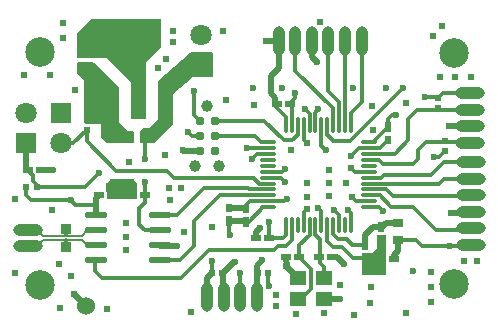
<source format=gtl>
G04 Layer: TopLayer*
G04 EasyEDA v6.5.40, 2024-02-03 19:01:27*
G04 629f34bd56064ca5b14c1ddf27600c48,2e16165ee3bb4678bfb3015e44e098b9,10*
G04 Gerber Generator version 0.2*
G04 Scale: 100 percent, Rotated: No, Reflected: No *
G04 Dimensions in millimeters *
G04 leading zeros omitted , absolute positions ,4 integer and 5 decimal *
%FSLAX45Y45*%
%MOMM*%

%AMMACRO1*21,1,$1,$2,0,0,$3*%
%ADD10C,0.3000*%
%ADD11C,0.5000*%
%ADD12C,0.2000*%
%ADD13C,1.5240*%
%ADD14MACRO1,0.54X0.7901X90.0000*%
%ADD15C,0.0175*%
%ADD16MACRO1,0.54X0.7901X-90.0000*%
%ADD17MACRO1,0.54X0.7901X0.0000*%
%ADD18R,0.5400X0.7901*%
%ADD19R,0.9000X0.8000*%
%ADD20R,0.8000X0.9000*%
%ADD21O,1.950212X0.5684012*%
%ADD22R,1.1000X2.5000*%
%ADD23MACRO1,3.6X2.34X0.0000*%
%ADD24O,0.9999979999999999X2.4999949999999997*%
%ADD25O,2.4999949999999997X0.9999979999999999*%
%ADD26O,0.27000199999999996X1.499997*%
%ADD27O,1.499997X0.27000199999999996*%
%ADD28R,1.4000X1.2000*%
%ADD29C,0.7874*%
%ADD30R,0.8640X0.8000*%
%ADD31MACRO1,0.54X0.5656X-90.0000*%
%ADD32MACRO1,0.864X0.8065X0.0000*%
%ADD33R,0.8640X0.8065*%
%ADD34MACRO1,0.54X0.5656X90.0000*%
%ADD35MACRO1,0.54X0.5656X0.0000*%
%ADD36R,0.5400X0.5657*%
%ADD37C,1.8000*%
%ADD38R,1.8000X1.8000*%
%ADD39C,0.9906*%
%ADD40C,2.5000*%
%ADD41C,0.6000*%
%ADD42C,0.6096*%

%LPD*%
G36*
X1102360Y-955598D02*
G01*
X1098448Y-954836D01*
X1095197Y-952601D01*
X1092962Y-949350D01*
X1092200Y-945438D01*
X1092200Y-639114D01*
X1091488Y-637387D01*
X889711Y-435609D01*
X887984Y-434898D01*
X645160Y-434898D01*
X641248Y-434136D01*
X637997Y-431901D01*
X635762Y-428650D01*
X635000Y-424738D01*
X635000Y-235915D01*
X635762Y-232003D01*
X637997Y-228701D01*
X759002Y-107696D01*
X762304Y-105460D01*
X766216Y-104698D01*
X1336040Y-104698D01*
X1339951Y-105460D01*
X1343202Y-107696D01*
X1345438Y-110998D01*
X1346200Y-114858D01*
X1346200Y-341782D01*
X1345438Y-345694D01*
X1343202Y-348996D01*
X1219911Y-472287D01*
X1219200Y-474014D01*
X1219200Y-945438D01*
X1218438Y-949350D01*
X1216202Y-952601D01*
X1212951Y-954836D01*
X1209040Y-955598D01*
G37*

%LPD*%
G36*
X893216Y-1158798D02*
G01*
X889304Y-1158036D01*
X886002Y-1155801D01*
X841197Y-1110996D01*
X838962Y-1107694D01*
X838200Y-1103782D01*
X838200Y-994714D01*
X837184Y-993698D01*
X708660Y-993698D01*
X704748Y-992936D01*
X701497Y-990701D01*
X699262Y-987450D01*
X698500Y-983538D01*
X698500Y-626414D01*
X697788Y-624687D01*
X637997Y-564896D01*
X635762Y-561594D01*
X635000Y-557682D01*
X635000Y-483158D01*
X635762Y-479298D01*
X637997Y-475996D01*
X641248Y-473760D01*
X645160Y-472998D01*
X770483Y-472998D01*
X774395Y-473760D01*
X777697Y-475996D01*
X987602Y-685901D01*
X989837Y-689203D01*
X990600Y-693115D01*
X990600Y-979982D01*
X991311Y-981710D01*
X1066088Y-1056487D01*
X1067816Y-1057198D01*
X1107440Y-1057198D01*
X1111351Y-1057960D01*
X1114602Y-1060196D01*
X1116838Y-1063498D01*
X1117600Y-1067358D01*
X1117600Y-1148638D01*
X1116838Y-1152550D01*
X1114602Y-1155801D01*
X1111351Y-1158036D01*
X1107440Y-1158798D01*
G37*

%LPD*%
G36*
X1178560Y-1158798D02*
G01*
X1174648Y-1158036D01*
X1171397Y-1155801D01*
X1169162Y-1152550D01*
X1168400Y-1148638D01*
X1168400Y-1061415D01*
X1169162Y-1057503D01*
X1171397Y-1054201D01*
X1190802Y-1034796D01*
X1194104Y-1032560D01*
X1198016Y-1031798D01*
X1243584Y-1031798D01*
X1245311Y-1031087D01*
X1320088Y-956310D01*
X1320800Y-954582D01*
X1319987Y-639572D01*
X1320901Y-635406D01*
X1323390Y-631952D01*
X1592122Y-392582D01*
X1595272Y-390652D01*
X1598879Y-389991D01*
X1779828Y-389991D01*
X1783740Y-390753D01*
X1787042Y-392988D01*
X1789226Y-396290D01*
X1789988Y-400151D01*
X1789988Y-589838D01*
X1789226Y-593750D01*
X1787042Y-597001D01*
X1783740Y-599236D01*
X1779828Y-599998D01*
X1615998Y-599998D01*
X1614373Y-600557D01*
X1450848Y-744220D01*
X1449984Y-745998D01*
X1447850Y-989533D01*
X1447038Y-993394D01*
X1444853Y-996645D01*
X1285697Y-1155801D01*
X1282395Y-1158036D01*
X1278483Y-1158798D01*
G37*

%LPD*%
G36*
X896061Y-1634998D02*
G01*
X892200Y-1634236D01*
X888898Y-1632000D01*
X886663Y-1628749D01*
X885901Y-1624838D01*
X885901Y-1573580D01*
X884986Y-1564944D01*
X884986Y-1499209D01*
X885748Y-1495298D01*
X887984Y-1492046D01*
X912012Y-1467967D01*
X915314Y-1465783D01*
X919226Y-1465021D01*
X1110792Y-1465021D01*
X1114653Y-1465783D01*
X1117955Y-1467967D01*
X1142034Y-1492046D01*
X1144219Y-1495298D01*
X1144981Y-1499209D01*
X1144981Y-1564995D01*
X1144117Y-1573580D01*
X1144117Y-1624838D01*
X1143304Y-1628749D01*
X1141120Y-1632000D01*
X1137818Y-1634236D01*
X1133957Y-1634998D01*
G37*

%LPD*%
G36*
X3058160Y-2276398D02*
G01*
X3054248Y-2275636D01*
X3050997Y-2273401D01*
X3048762Y-2270150D01*
X3048000Y-2266238D01*
X3048000Y-2096058D01*
X3048762Y-2092198D01*
X3050997Y-2088896D01*
X3054248Y-2086660D01*
X3058160Y-2085898D01*
X3135884Y-2085898D01*
X3137611Y-2085187D01*
X3174288Y-2048510D01*
X3175000Y-2046782D01*
X3175000Y-1943658D01*
X3175762Y-1939798D01*
X3177997Y-1936496D01*
X3181248Y-1934260D01*
X3185160Y-1933498D01*
X3241040Y-1933498D01*
X3244951Y-1934260D01*
X3248202Y-1936496D01*
X3250438Y-1939798D01*
X3251200Y-1943658D01*
X3251200Y-2266238D01*
X3250438Y-2270150D01*
X3248202Y-2273401D01*
X3244951Y-2275636D01*
X3241040Y-2276398D01*
G37*

%LPD*%
D10*
X2254758Y-1500378D02*
G01*
X2180590Y-1500378D01*
X2135124Y-1454912D01*
X1459992Y-1454912D01*
X1394968Y-1389887D01*
X970026Y-1389887D01*
X723900Y-1144015D01*
X723900Y-1049528D01*
D11*
X610006Y-2434996D02*
G01*
X610006Y-2435004D01*
X709996Y-2534996D01*
D10*
X2254758Y-1650547D02*
G01*
X2099058Y-1650547D01*
X2070100Y-1679501D01*
X2070100Y-1713793D01*
D11*
X2070100Y-1713892D02*
G01*
X2061690Y-1705482D01*
X1924989Y-1705482D01*
X2070100Y-1822909D02*
G01*
X2061690Y-1814499D01*
X1924989Y-1814499D01*
D10*
X2070100Y-1823008D02*
G01*
X2091692Y-1823008D01*
X2214115Y-1700585D01*
X2254758Y-1700585D01*
X2404691Y-1850491D02*
G01*
X2404691Y-1933501D01*
X2378199Y-1959990D01*
X2259507Y-1959990D01*
X2454709Y-1000511D02*
G01*
X2454709Y-853902D01*
X2429408Y-828601D01*
X2404615Y-1000559D02*
G01*
X2404615Y-934516D01*
X2320292Y-850193D01*
X2320292Y-828601D01*
X3104690Y-1200510D02*
G01*
X3204001Y-1200510D01*
X3269995Y-1134516D01*
X3276600Y-1127912D01*
X3276600Y-1124409D01*
D11*
X3352825Y-1978106D02*
G01*
X3352800Y-2073201D01*
X3318408Y-2107592D01*
X3318408Y-2136701D01*
D10*
X2654808Y-1850443D02*
G01*
X2654808Y-1934009D01*
X2692400Y-1971601D01*
X2692400Y-2085901D01*
X2688691Y-2124001D01*
X2518308Y-2124001D02*
G01*
X2616200Y-2221892D01*
X2616200Y-2390726D01*
X2616200Y-2390726D02*
G01*
X2528702Y-2478229D01*
X2506190Y-2478229D01*
X2688691Y-2124001D02*
G01*
X2692400Y-2127709D01*
X2692400Y-2174801D01*
X2726209Y-2208611D01*
X2726209Y-2303221D01*
X2604764Y-1850443D02*
G01*
X2604764Y-1932231D01*
X2518407Y-2018593D01*
X2518407Y-2124001D01*
X2754635Y-1850443D02*
G01*
X2754635Y-1983031D01*
X2806700Y-2035101D01*
X2882900Y-2035101D01*
X2975607Y-2127808D01*
X3073400Y-2127808D01*
X2804690Y-1850491D02*
G01*
X2804690Y-1931492D01*
X2844800Y-1971601D01*
X2921000Y-1971601D01*
X2968091Y-2018692D01*
X3073400Y-2018692D01*
D11*
X3352825Y-1838096D02*
G01*
X3346622Y-1831901D01*
X3251200Y-1831901D01*
X3216808Y-1866292D01*
X3213100Y-1866292D01*
X3213100Y-1866292D02*
G01*
X3140608Y-1866292D01*
X3073400Y-1933501D01*
X3073400Y-2018692D01*
D10*
X2904690Y-1000511D02*
G01*
X2904690Y-609699D01*
X2905000Y-609389D01*
X2905000Y-289991D01*
X2954784Y-1000559D02*
G01*
X2955030Y-899977D01*
X3044949Y-810059D01*
X3044949Y-289867D01*
X2854708Y-1000559D02*
G01*
X2854708Y-809805D01*
X2765041Y-719889D01*
X2765041Y-289867D01*
X2254709Y-1250497D02*
G01*
X2159508Y-1250497D01*
X2115009Y-1294998D01*
X2254758Y-1199443D02*
G01*
X2254204Y-1199997D01*
X2075002Y-1199997D01*
X2504691Y-1000559D02*
G01*
X2504950Y-1084889D01*
X2454907Y-1134927D01*
X2389880Y-1134927D01*
X2223256Y-968301D01*
X1803400Y-968301D01*
D11*
X1535000Y-1219987D02*
G01*
X1537307Y-1222301D01*
X1676400Y-1222301D01*
X1337307Y-2022401D02*
G01*
X1339900Y-2024994D01*
X1485013Y-2024994D01*
D10*
X1337307Y-1895401D02*
G01*
X1210401Y-1895401D01*
X1165001Y-1850001D01*
X1165001Y-1709991D01*
X1209497Y-1665495D01*
X1209497Y-1599996D01*
X2604691Y-1000511D02*
G01*
X2604691Y-909701D01*
X2564991Y-870000D01*
X2954784Y-1850443D02*
G01*
X2955030Y-1750113D01*
X2929892Y-1724967D01*
X3104641Y-1700585D02*
G01*
X3189980Y-1700077D01*
X3225043Y-1734870D01*
X2854708Y-1850491D02*
G01*
X2854708Y-1764705D01*
X2814998Y-1725000D01*
X2704691Y-1850491D02*
G01*
X2704691Y-1734698D01*
X2674998Y-1705000D01*
X1579580Y-1064524D02*
G01*
X1610357Y-1095301D01*
X1676400Y-1095301D01*
X2254758Y-1550466D02*
G01*
X2095500Y-1550466D01*
X2080008Y-1534977D01*
X1715007Y-1534977D01*
X1481584Y-1768401D01*
X1337307Y-1768401D01*
X2704691Y-1000511D02*
G01*
X2704691Y-1179705D01*
X2739999Y-1215009D01*
X2804665Y-1000559D02*
G01*
X2804665Y-864666D01*
X2484884Y-544885D01*
X2484884Y-289867D01*
X2754635Y-1000559D02*
G01*
X2754635Y-1090221D01*
X2800101Y-1134927D01*
X2800101Y-1134927D02*
G01*
X2805173Y-1140000D01*
X2949983Y-1140000D01*
X3394991Y-694997D01*
X2654808Y-1000559D02*
G01*
X2654993Y-904999D01*
X2679948Y-870000D01*
X2254758Y-1450393D02*
G01*
X2359992Y-1450002D01*
X2400051Y-1484939D01*
X2254758Y-1400609D02*
G01*
X2370000Y-1400002D01*
X2400051Y-1374955D01*
X2254709Y-1650492D02*
G01*
X2389497Y-1650492D01*
X2409997Y-1629996D01*
D11*
X2160005Y-2460000D02*
G01*
X2158281Y-2249995D01*
X1970001Y-2164996D02*
G01*
X1968289Y-2164996D01*
X1873280Y-2259998D01*
X1879991Y-2460000D02*
G01*
X1873280Y-2453284D01*
X1873280Y-2259998D01*
X2204999Y-2149982D02*
G01*
X2158281Y-2196701D01*
X2158281Y-2249995D01*
X1776717Y-2259998D02*
G01*
X1739986Y-2296728D01*
X1739986Y-2460000D01*
D10*
X3104641Y-1200454D02*
G01*
X3019526Y-1200454D01*
X2954985Y-1264996D01*
X2429408Y-828601D02*
G01*
X2485009Y-773000D01*
X2485009Y-734999D01*
X2019983Y-2459987D02*
G01*
X2019983Y-2254989D01*
X1213004Y-1108001D02*
G01*
X1215009Y-1110005D01*
X1215009Y-1289989D01*
X1209497Y-1599996D02*
G01*
X1215009Y-1594485D01*
X1215009Y-1489991D01*
D11*
X2669989Y-474997D02*
G01*
X2624993Y-429996D01*
X2624993Y-290004D01*
X820496Y-1599996D02*
G01*
X796292Y-1624200D01*
X796292Y-1768401D01*
D10*
X2254758Y-1600504D02*
G01*
X1844494Y-1600504D01*
X1629996Y-1815002D01*
X1629996Y-2029998D01*
X1510593Y-2149401D01*
X1337307Y-2149401D01*
D11*
X2409291Y-2124001D02*
G01*
X2409997Y-2204994D01*
X2506190Y-2303221D01*
X2859989Y-2480005D02*
G01*
X2727982Y-2480005D01*
X2726209Y-2478229D01*
X2797708Y-2124001D02*
G01*
X2839008Y-2124001D01*
X2899991Y-2184984D01*
D10*
X723900Y-1049581D02*
G01*
X600001Y-1159997D01*
X495300Y-1160071D01*
D11*
X213989Y-1385603D02*
G01*
X204998Y-1376611D01*
X204998Y-1157003D01*
X323006Y-1385603D02*
G01*
X436803Y-1387500D01*
D10*
X213989Y-1385603D02*
G01*
X259996Y-1431610D01*
X259996Y-1479997D01*
X293278Y-1513278D01*
X293278Y-1529996D01*
X819998Y-1414995D02*
G01*
X704999Y-1529996D01*
X293278Y-1529996D01*
X206715Y-1529996D02*
G01*
X204998Y-1600001D01*
X245003Y-1639999D01*
X585000Y-1639999D01*
X584962Y-1639874D02*
G01*
X622901Y-1677819D01*
X796292Y-1677819D01*
X1776717Y-2259998D02*
G01*
X1774997Y-2159998D01*
X1924989Y-1814499D02*
G01*
X1924989Y-1929988D01*
X1929996Y-1934994D01*
D11*
X2185007Y-1875005D02*
G01*
X2150490Y-1909521D01*
X2150490Y-1959990D01*
X2240013Y-290004D02*
G01*
X2345009Y-290004D01*
X2320391Y-828601D02*
G01*
X2314996Y-823206D01*
X2314996Y-774997D01*
X2274999Y-734999D01*
X2274999Y-589998D01*
X2345009Y-519988D01*
X2345009Y-290004D01*
D10*
X2265001Y-2364996D02*
G01*
X2253282Y-2353276D01*
X2253282Y-2259998D01*
X2264915Y-1825043D02*
G01*
X2264915Y-1954583D01*
X2259507Y-1959990D01*
X2258418Y-1958901D01*
X2251707Y-1958901D01*
X1676400Y-968301D02*
G01*
X1629996Y-921898D01*
X1629996Y-865002D01*
X1629996Y-865002D02*
G01*
X1629996Y-719993D01*
X3794993Y-2029998D02*
G01*
X3975100Y-2029490D01*
X3352825Y-1978106D02*
G01*
X3509987Y-1979998D01*
X3559992Y-2029998D01*
X3794993Y-2029998D01*
D12*
X796292Y-1895401D02*
G01*
X721288Y-1895401D01*
X675289Y-1941400D01*
X573689Y-1941400D01*
X511949Y-1941400D01*
X510847Y-1942498D01*
X449102Y-1942498D01*
X347502Y-1942498D01*
X295003Y-1890001D01*
X219999Y-1890001D01*
X796292Y-2022401D02*
G01*
X721288Y-2022401D01*
X675289Y-1976401D01*
X573689Y-1976401D01*
X526448Y-1976401D01*
X525345Y-1977504D01*
X449102Y-1977504D01*
X347502Y-1977504D01*
X295003Y-2030003D01*
X219999Y-2030003D01*
D10*
X546100Y-1883562D02*
G01*
X545845Y-1936142D01*
X546100Y-2034240D02*
G01*
X545845Y-1981659D01*
X3104641Y-1450393D02*
G01*
X3210049Y-1449885D01*
X3234941Y-1424993D01*
X3635065Y-1424993D01*
X3739964Y-1319999D01*
X3974988Y-1319999D01*
X3104641Y-1500431D02*
G01*
X3704592Y-1500431D01*
X3739989Y-1464995D01*
X3974988Y-1464995D01*
D11*
X3975100Y-1749506D02*
G01*
X3799992Y-1749996D01*
D10*
X3655788Y-1275643D02*
G01*
X3697511Y-1275786D01*
X3750010Y-1223294D01*
X3104641Y-1300535D02*
G01*
X3190491Y-1300535D01*
X3225043Y-1335074D01*
X3479911Y-1335074D01*
X3524994Y-1289992D01*
X3524994Y-1215001D01*
X3589995Y-1150002D01*
X3962400Y-1150002D01*
D11*
X3785108Y-1014971D02*
G01*
X3962400Y-1013706D01*
D10*
X3104690Y-1250497D02*
G01*
X3324496Y-1250497D01*
X3439988Y-1135001D01*
X3439988Y-955006D01*
X3514996Y-880003D01*
X3962400Y-880003D01*
X3584983Y-770001D02*
G01*
X3694968Y-768982D01*
X3694993Y-771718D02*
G01*
X3734991Y-734999D01*
X3962400Y-734877D01*
X2454706Y-1850494D02*
G01*
X2454993Y-1979996D01*
X2405125Y-2030221D01*
X2340102Y-2030221D01*
X2305050Y-2065020D01*
X1750060Y-2065020D01*
X1515110Y-2299970D01*
X845057Y-2299970D01*
X786384Y-2241295D01*
X786384Y-2159507D01*
X2254758Y-1150365D02*
G01*
X2195575Y-1150365D01*
X2140458Y-1095247D01*
X1803400Y-1095247D01*
X3104641Y-1550415D02*
G01*
X3255518Y-1550415D01*
X3314445Y-1609344D01*
X3975100Y-1609344D01*
X3104641Y-1600454D02*
G01*
X3200400Y-1600454D01*
X3294888Y-1694942D01*
X3480054Y-1694942D01*
X3674618Y-1889505D01*
X3975100Y-1889505D01*
X3269995Y-1025397D02*
G01*
X3269995Y-949960D01*
X3299968Y-919987D01*
X3340100Y-919987D01*
X3104641Y-1150620D02*
G01*
X3141472Y-1150620D01*
X3276600Y-1015492D01*
X3104641Y-1650492D02*
G01*
X2994913Y-1649984D01*
X2960115Y-1614931D01*
X3104641Y-1400555D02*
G01*
X2985515Y-1400555D01*
X2954995Y-1369997D01*
X2554706Y-1000455D02*
G01*
X2554706Y-1129708D01*
X2584996Y-1159997D01*
X2554706Y-1850440D02*
G01*
X2554706Y-1740286D01*
X2579994Y-1714997D01*
D13*
G01*
X710006Y-2534996D03*
D14*
G01*
X1209504Y-1599996D03*
G01*
X1100493Y-1599996D03*
D16*
G01*
X820493Y-1599996D03*
G01*
X929505Y-1599996D03*
G01*
X220494Y-1384998D03*
G01*
X329506Y-1384998D03*
D14*
G01*
X2259502Y-1959996D03*
G01*
X2150490Y-1959996D03*
D17*
G01*
X3269993Y-1025491D03*
D18*
G01*
X3269995Y-1134516D03*
D17*
G01*
X2069995Y-1824502D03*
D18*
G01*
X2069998Y-1715490D03*
D16*
G01*
X2330490Y-829998D03*
G01*
X2439502Y-829998D03*
D19*
G01*
X685800Y-377545D03*
G01*
X685800Y-517550D03*
D20*
G01*
X1213002Y-1107947D03*
G01*
X1072997Y-1107947D03*
D21*
G01*
X1337310Y-2149347D03*
G01*
X1337310Y-2022347D03*
G01*
X1337310Y-1895347D03*
G01*
X1337310Y-1768347D03*
G01*
X796289Y-2149347D03*
G01*
X796289Y-2022347D03*
G01*
X796289Y-1895347D03*
G01*
X796289Y-1768347D03*
D22*
G01*
X925804Y-820750D03*
G01*
X1155801Y-820750D03*
G01*
X1385798Y-820750D03*
D23*
G01*
X1155796Y-226745D03*
D24*
G01*
X1739950Y-2459989D03*
G01*
X1879955Y-2459989D03*
G01*
X2019960Y-2459989D03*
G01*
X2159965Y-2459989D03*
D25*
G01*
X3962400Y-733602D03*
G01*
X3962400Y-873607D03*
G01*
X3962400Y-1013612D03*
G01*
X3962400Y-1153617D03*
G01*
X3975100Y-2020036D03*
G01*
X3975100Y-1880057D03*
G01*
X3975100Y-1740052D03*
G01*
X3975100Y-1600047D03*
G01*
X3975100Y-1460042D03*
G01*
X3975100Y-1320037D03*
D24*
G01*
X2344953Y-290068D03*
G01*
X2484932Y-290068D03*
G01*
X2624937Y-290068D03*
G01*
X2764942Y-290068D03*
G01*
X2904947Y-290068D03*
G01*
X3044952Y-290068D03*
D26*
G01*
X2404694Y-1850440D03*
G01*
X2454706Y-1850440D03*
G01*
X2504693Y-1850440D03*
G01*
X2554706Y-1850440D03*
G01*
X2604693Y-1850440D03*
G01*
X2654706Y-1850440D03*
G01*
X2704693Y-1850440D03*
G01*
X2754706Y-1850440D03*
G01*
X2804693Y-1850440D03*
G01*
X2854706Y-1850440D03*
G01*
X2904693Y-1850440D03*
G01*
X2954705Y-1850440D03*
D27*
G01*
X3104692Y-1700453D03*
G01*
X3104692Y-1650441D03*
G01*
X3104692Y-1600454D03*
G01*
X3104692Y-1550441D03*
G01*
X3104692Y-1500454D03*
G01*
X3104692Y-1450441D03*
G01*
X3104692Y-1400454D03*
G01*
X3104692Y-1350441D03*
G01*
X3104692Y-1300454D03*
G01*
X3104692Y-1250442D03*
G01*
X3104692Y-1200454D03*
G01*
X3104692Y-1150442D03*
D26*
G01*
X2954705Y-1000455D03*
G01*
X2904693Y-1000455D03*
G01*
X2854706Y-1000455D03*
G01*
X2804693Y-1000455D03*
G01*
X2754706Y-1000455D03*
G01*
X2704693Y-1000455D03*
G01*
X2654706Y-1000455D03*
G01*
X2604693Y-1000455D03*
G01*
X2554706Y-1000455D03*
G01*
X2504693Y-1000455D03*
G01*
X2454706Y-1000455D03*
G01*
X2404694Y-1000455D03*
D27*
G01*
X2254707Y-1150442D03*
G01*
X2254707Y-1200454D03*
G01*
X2254707Y-1250442D03*
G01*
X2254707Y-1300454D03*
G01*
X2254707Y-1350441D03*
G01*
X2254707Y-1400454D03*
G01*
X2254707Y-1450441D03*
G01*
X2254707Y-1500454D03*
G01*
X2254707Y-1550441D03*
G01*
X2254707Y-1600454D03*
G01*
X2254707Y-1650441D03*
G01*
X2254707Y-1700453D03*
D28*
G01*
X2726207Y-2303195D03*
G01*
X2506192Y-2303195D03*
G01*
X2506192Y-2478201D03*
G01*
X2726207Y-2478176D03*
D29*
G01*
X1676400Y-968298D03*
G01*
X1803400Y-968298D03*
G01*
X1676400Y-1095298D03*
G01*
X1803400Y-1095298D03*
G01*
X1676400Y-1222298D03*
G01*
X1803400Y-1222298D03*
D30*
G01*
X3352825Y-1838096D03*
G01*
X3352825Y-1978101D03*
D31*
G01*
X1776713Y-2259998D03*
G01*
X1863279Y-2259998D03*
D17*
G01*
X3073400Y-2018695D03*
D18*
G01*
X3073400Y-2127707D03*
D17*
G01*
X3213100Y-1866295D03*
D18*
G01*
X3213100Y-1975307D03*
D14*
G01*
X3318405Y-2136701D03*
G01*
X3209394Y-2136701D03*
G01*
X2518305Y-2124001D03*
G01*
X2409294Y-2124001D03*
D16*
G01*
X2688694Y-2124001D03*
G01*
X2797705Y-2124001D03*
D17*
G01*
X1924997Y-1814502D03*
D18*
G01*
X1924989Y-1705482D03*
D32*
G01*
X546100Y-1883576D03*
D33*
G01*
X546100Y-2034235D03*
D31*
G01*
X206716Y-1529999D03*
G01*
X293282Y-1529999D03*
D34*
G01*
X2253278Y-2259998D03*
G01*
X2166712Y-2259998D03*
D35*
G01*
X3694991Y-771719D03*
D36*
G01*
X3694988Y-858291D03*
D35*
G01*
X3749992Y-1223283D03*
D36*
G01*
X3750005Y-1136726D03*
D35*
G01*
X723900Y-1049684D03*
D36*
G01*
X723900Y-963117D03*
D25*
G01*
X219989Y-1889988D03*
G01*
X219989Y-2029993D03*
D37*
G01*
X204978Y-902970D03*
D38*
G01*
X204978Y-1156970D03*
D37*
G01*
X1685036Y-243078D03*
D38*
G01*
X1685036Y-497078D03*
D37*
G01*
X497078Y-1156970D03*
D38*
G01*
X497078Y-902970D03*
D39*
G01*
X1841500Y-1349298D03*
G01*
X1638300Y-1349298D03*
G01*
X1739900Y-841298D03*
D40*
G01*
X324993Y-389991D03*
G01*
X324993Y-2354986D03*
G01*
X3829989Y-394995D03*
G01*
X3829989Y-2353005D03*
D41*
G01*
X939800Y-1044498D03*
G01*
X815009Y-759993D03*
G01*
X812800Y-841298D03*
G01*
X734999Y-764997D03*
G01*
X745007Y-629996D03*
G01*
X812800Y-587298D03*
G01*
X939800Y-1120698D03*
G01*
X2115007Y-1294993D03*
G01*
X2075002Y-1199997D03*
G01*
X1534998Y-1219987D03*
G01*
X1485011Y-2024989D03*
G01*
X2564993Y-870000D03*
G01*
X3085007Y-2240000D03*
G01*
X3210001Y-2240000D03*
G01*
X2929890Y-1724964D03*
G01*
X3225038Y-1734870D03*
G01*
X2815005Y-1724990D03*
G01*
X2675000Y-1705000D03*
G01*
X1579575Y-1064513D03*
G01*
X2680004Y-870000D03*
G01*
X2739999Y-1215009D03*
G01*
X3394989Y-694994D03*
G01*
X2399995Y-1375003D03*
G01*
X2399995Y-1484985D03*
G01*
X1969998Y-2164994D03*
G01*
X2410002Y-1629994D03*
G01*
X2204999Y-2149982D03*
G01*
X2954985Y-1264996D03*
G01*
X2485009Y-734999D03*
G01*
X2020011Y-2254986D03*
G01*
X1215009Y-1289989D03*
G01*
X1215009Y-1489989D03*
G01*
X2669997Y-475005D03*
G01*
X2975000Y-694994D03*
G01*
X2129993Y-694994D03*
G01*
X3255009Y-694994D03*
G01*
X436803Y-1387500D03*
G01*
X934999Y-1499996D03*
G01*
X1094994Y-1499996D03*
G01*
X2859989Y-2480005D03*
G01*
X2404999Y-2199995D03*
G01*
X2899994Y-2184984D03*
G01*
X3485006Y-2240000D03*
G01*
X3799992Y-1750009D03*
G01*
X3785006Y-1015009D03*
G01*
X2369997Y-694994D03*
G01*
X920013Y-154990D03*
G01*
X920013Y-235000D03*
G01*
X920013Y-315010D03*
G01*
X820013Y-1415008D03*
G01*
X584962Y-1639874D03*
G01*
X1775002Y-2159990D03*
G01*
X1929892Y-1935022D03*
G01*
X2185009Y-1875002D03*
G01*
X2240000Y-289991D03*
G01*
X2264994Y-2364994D03*
G01*
X2264994Y-1824989D03*
G01*
X1629994Y-719988D03*
G01*
X3339998Y-919987D03*
G01*
X3655796Y-1275791D03*
G01*
X3585006Y-770001D03*
G01*
X3794988Y-2029993D03*
D42*
G01*
X610006Y-2434996D03*
G01*
X585012Y-2285009D03*
G01*
X494995Y-2554986D03*
G01*
X185013Y-580009D03*
G01*
X515010Y-145008D03*
G01*
X515010Y-264998D03*
G01*
X3710000Y-599998D03*
G01*
X3834993Y-599998D03*
G01*
X3969994Y-599998D03*
G01*
X3650005Y-254990D03*
G01*
X3629990Y-2250008D03*
G01*
X3629990Y-2375001D03*
G01*
X3629990Y-2504998D03*
G01*
X2324988Y-2445004D03*
G01*
X2324988Y-2534996D03*
G01*
X1540002Y-1910003D03*
G01*
X1415008Y-1540002D03*
G01*
X1419987Y-1640001D03*
G01*
X1515008Y-1540002D03*
G01*
X889990Y-2564993D03*
G01*
X1054988Y-1829993D03*
G01*
X1054988Y-1950008D03*
G01*
X1054988Y-2064994D03*
G01*
X2910001Y-1494993D03*
G01*
X2769997Y-1385011D03*
G01*
X2580004Y-1610004D03*
G01*
X2134997Y-834999D03*
G01*
X1899996Y-794994D03*
G01*
X3419983Y-815009D03*
G01*
X1775002Y-1869998D03*
G01*
X1450009Y-205003D03*
G01*
X1450009Y-299999D03*
G01*
X1389989Y-445007D03*
G01*
X1319987Y-519988D03*
G01*
X424992Y-1719986D03*
G01*
X3915003Y-2159990D03*
G01*
X4024985Y-2159990D03*
G01*
X1075004Y-1315008D03*
G01*
X615010Y-705002D03*
G01*
X2489987Y-2604998D03*
G01*
X2729991Y-2599994D03*
G01*
X3419983Y-2599994D03*
G01*
X1605000Y-2585008D03*
G01*
X2960115Y-1614931D03*
G01*
X2954985Y-1369999D03*
G01*
X3139998Y-1045006D03*
G01*
X2585008Y-1159992D03*
G01*
X2580004Y-1715007D03*
G01*
X2864993Y-2359990D03*
G01*
X2985008Y-2609977D03*
G01*
X3124987Y-2380005D03*
G01*
X3119983Y-2515006D03*
G01*
X2769997Y-1494993D03*
G01*
X2769997Y-1605000D03*
G01*
X2450007Y-1215009D03*
G01*
X2580004Y-1494993D03*
G01*
X410006Y-585012D03*
G01*
X115011Y-1629994D03*
G01*
X480009Y-2185009D03*
G01*
X115011Y-2259990D03*
G01*
X1869998Y-205003D03*
G01*
X1380007Y-1259992D03*
G01*
X2694990Y-135001D03*
G01*
X3724986Y-170002D03*
G01*
X3134995Y-845007D03*
M02*

</source>
